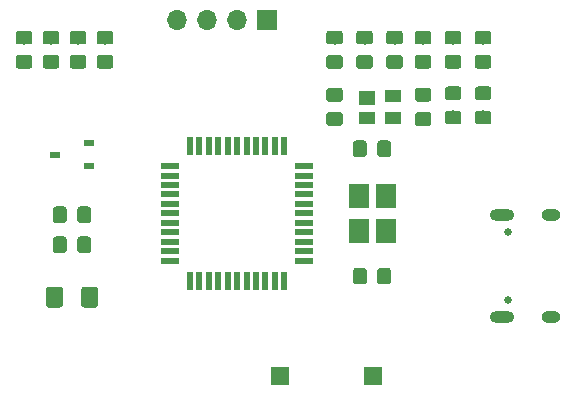
<source format=gbr>
%TF.GenerationSoftware,KiCad,Pcbnew,(5.1.2)-2*%
%TF.CreationDate,2020-04-26T17:29:46+08:00*%
%TF.ProjectId,wing-receiver-lite,77696e67-2d72-4656-9365-697665722d6c,rev?*%
%TF.SameCoordinates,Original*%
%TF.FileFunction,Soldermask,Top*%
%TF.FilePolarity,Negative*%
%FSLAX46Y46*%
G04 Gerber Fmt 4.6, Leading zero omitted, Abs format (unit mm)*
G04 Created by KiCad (PCBNEW (5.1.2)-2) date 2020-04-26 17:29:46*
%MOMM*%
%LPD*%
G04 APERTURE LIST*
%ADD10C,0.350000*%
%ADD11C,1.150000*%
%ADD12R,1.400000X1.000000*%
%ADD13R,1.400000X1.200000*%
%ADD14R,1.800000X2.100000*%
%ADD15R,1.500000X0.550000*%
%ADD16R,0.550000X1.500000*%
%ADD17C,0.650000*%
%ADD18O,2.100000X1.000000*%
%ADD19O,1.600000X1.000000*%
%ADD20R,1.500000X1.500000*%
%ADD21C,1.425000*%
%ADD22R,0.900000X0.600000*%
%ADD23R,1.700000X1.700000*%
%ADD24O,1.700000X1.700000*%
G04 APERTURE END LIST*
D10*
G36*
X119102505Y-90108804D02*
G01*
X119126773Y-90112404D01*
X119150572Y-90118365D01*
X119173671Y-90126630D01*
X119195850Y-90137120D01*
X119216893Y-90149732D01*
X119236599Y-90164347D01*
X119254777Y-90180823D01*
X119271253Y-90199001D01*
X119285868Y-90218707D01*
X119298480Y-90239750D01*
X119308970Y-90261929D01*
X119317235Y-90285028D01*
X119323196Y-90308827D01*
X119326796Y-90333095D01*
X119328000Y-90357599D01*
X119328000Y-91007601D01*
X119326796Y-91032105D01*
X119323196Y-91056373D01*
X119317235Y-91080172D01*
X119308970Y-91103271D01*
X119298480Y-91125450D01*
X119285868Y-91146493D01*
X119271253Y-91166199D01*
X119254777Y-91184377D01*
X119236599Y-91200853D01*
X119216893Y-91215468D01*
X119195850Y-91228080D01*
X119173671Y-91238570D01*
X119150572Y-91246835D01*
X119126773Y-91252796D01*
X119102505Y-91256396D01*
X119078001Y-91257600D01*
X118177999Y-91257600D01*
X118153495Y-91256396D01*
X118129227Y-91252796D01*
X118105428Y-91246835D01*
X118082329Y-91238570D01*
X118060150Y-91228080D01*
X118039107Y-91215468D01*
X118019401Y-91200853D01*
X118001223Y-91184377D01*
X117984747Y-91166199D01*
X117970132Y-91146493D01*
X117957520Y-91125450D01*
X117947030Y-91103271D01*
X117938765Y-91080172D01*
X117932804Y-91056373D01*
X117929204Y-91032105D01*
X117928000Y-91007601D01*
X117928000Y-90357599D01*
X117929204Y-90333095D01*
X117932804Y-90308827D01*
X117938765Y-90285028D01*
X117947030Y-90261929D01*
X117957520Y-90239750D01*
X117970132Y-90218707D01*
X117984747Y-90199001D01*
X118001223Y-90180823D01*
X118019401Y-90164347D01*
X118039107Y-90149732D01*
X118060150Y-90137120D01*
X118082329Y-90126630D01*
X118105428Y-90118365D01*
X118129227Y-90112404D01*
X118153495Y-90108804D01*
X118177999Y-90107600D01*
X119078001Y-90107600D01*
X119102505Y-90108804D01*
X119102505Y-90108804D01*
G37*
D11*
X118628000Y-90682600D03*
D10*
G36*
X119102505Y-92158804D02*
G01*
X119126773Y-92162404D01*
X119150572Y-92168365D01*
X119173671Y-92176630D01*
X119195850Y-92187120D01*
X119216893Y-92199732D01*
X119236599Y-92214347D01*
X119254777Y-92230823D01*
X119271253Y-92249001D01*
X119285868Y-92268707D01*
X119298480Y-92289750D01*
X119308970Y-92311929D01*
X119317235Y-92335028D01*
X119323196Y-92358827D01*
X119326796Y-92383095D01*
X119328000Y-92407599D01*
X119328000Y-93057601D01*
X119326796Y-93082105D01*
X119323196Y-93106373D01*
X119317235Y-93130172D01*
X119308970Y-93153271D01*
X119298480Y-93175450D01*
X119285868Y-93196493D01*
X119271253Y-93216199D01*
X119254777Y-93234377D01*
X119236599Y-93250853D01*
X119216893Y-93265468D01*
X119195850Y-93278080D01*
X119173671Y-93288570D01*
X119150572Y-93296835D01*
X119126773Y-93302796D01*
X119102505Y-93306396D01*
X119078001Y-93307600D01*
X118177999Y-93307600D01*
X118153495Y-93306396D01*
X118129227Y-93302796D01*
X118105428Y-93296835D01*
X118082329Y-93288570D01*
X118060150Y-93278080D01*
X118039107Y-93265468D01*
X118019401Y-93250853D01*
X118001223Y-93234377D01*
X117984747Y-93216199D01*
X117970132Y-93196493D01*
X117957520Y-93175450D01*
X117947030Y-93153271D01*
X117938765Y-93130172D01*
X117932804Y-93106373D01*
X117929204Y-93082105D01*
X117928000Y-93057601D01*
X117928000Y-92407599D01*
X117929204Y-92383095D01*
X117932804Y-92358827D01*
X117938765Y-92335028D01*
X117947030Y-92311929D01*
X117957520Y-92289750D01*
X117970132Y-92268707D01*
X117984747Y-92249001D01*
X118001223Y-92230823D01*
X118019401Y-92214347D01*
X118039107Y-92199732D01*
X118060150Y-92187120D01*
X118082329Y-92176630D01*
X118105428Y-92168365D01*
X118129227Y-92162404D01*
X118153495Y-92158804D01*
X118177999Y-92157600D01*
X119078001Y-92157600D01*
X119102505Y-92158804D01*
X119102505Y-92158804D01*
G37*
D11*
X118628000Y-92732600D03*
D10*
G36*
X124182505Y-89981804D02*
G01*
X124206773Y-89985404D01*
X124230572Y-89991365D01*
X124253671Y-89999630D01*
X124275850Y-90010120D01*
X124296893Y-90022732D01*
X124316599Y-90037347D01*
X124334777Y-90053823D01*
X124351253Y-90072001D01*
X124365868Y-90091707D01*
X124378480Y-90112750D01*
X124388970Y-90134929D01*
X124397235Y-90158028D01*
X124403196Y-90181827D01*
X124406796Y-90206095D01*
X124408000Y-90230599D01*
X124408000Y-90880601D01*
X124406796Y-90905105D01*
X124403196Y-90929373D01*
X124397235Y-90953172D01*
X124388970Y-90976271D01*
X124378480Y-90998450D01*
X124365868Y-91019493D01*
X124351253Y-91039199D01*
X124334777Y-91057377D01*
X124316599Y-91073853D01*
X124296893Y-91088468D01*
X124275850Y-91101080D01*
X124253671Y-91111570D01*
X124230572Y-91119835D01*
X124206773Y-91125796D01*
X124182505Y-91129396D01*
X124158001Y-91130600D01*
X123257999Y-91130600D01*
X123233495Y-91129396D01*
X123209227Y-91125796D01*
X123185428Y-91119835D01*
X123162329Y-91111570D01*
X123140150Y-91101080D01*
X123119107Y-91088468D01*
X123099401Y-91073853D01*
X123081223Y-91057377D01*
X123064747Y-91039199D01*
X123050132Y-91019493D01*
X123037520Y-90998450D01*
X123027030Y-90976271D01*
X123018765Y-90953172D01*
X123012804Y-90929373D01*
X123009204Y-90905105D01*
X123008000Y-90880601D01*
X123008000Y-90230599D01*
X123009204Y-90206095D01*
X123012804Y-90181827D01*
X123018765Y-90158028D01*
X123027030Y-90134929D01*
X123037520Y-90112750D01*
X123050132Y-90091707D01*
X123064747Y-90072001D01*
X123081223Y-90053823D01*
X123099401Y-90037347D01*
X123119107Y-90022732D01*
X123140150Y-90010120D01*
X123162329Y-89999630D01*
X123185428Y-89991365D01*
X123209227Y-89985404D01*
X123233495Y-89981804D01*
X123257999Y-89980600D01*
X124158001Y-89980600D01*
X124182505Y-89981804D01*
X124182505Y-89981804D01*
G37*
D11*
X123708000Y-90555600D03*
D10*
G36*
X124182505Y-92031804D02*
G01*
X124206773Y-92035404D01*
X124230572Y-92041365D01*
X124253671Y-92049630D01*
X124275850Y-92060120D01*
X124296893Y-92072732D01*
X124316599Y-92087347D01*
X124334777Y-92103823D01*
X124351253Y-92122001D01*
X124365868Y-92141707D01*
X124378480Y-92162750D01*
X124388970Y-92184929D01*
X124397235Y-92208028D01*
X124403196Y-92231827D01*
X124406796Y-92256095D01*
X124408000Y-92280599D01*
X124408000Y-92930601D01*
X124406796Y-92955105D01*
X124403196Y-92979373D01*
X124397235Y-93003172D01*
X124388970Y-93026271D01*
X124378480Y-93048450D01*
X124365868Y-93069493D01*
X124351253Y-93089199D01*
X124334777Y-93107377D01*
X124316599Y-93123853D01*
X124296893Y-93138468D01*
X124275850Y-93151080D01*
X124253671Y-93161570D01*
X124230572Y-93169835D01*
X124206773Y-93175796D01*
X124182505Y-93179396D01*
X124158001Y-93180600D01*
X123257999Y-93180600D01*
X123233495Y-93179396D01*
X123209227Y-93175796D01*
X123185428Y-93169835D01*
X123162329Y-93161570D01*
X123140150Y-93151080D01*
X123119107Y-93138468D01*
X123099401Y-93123853D01*
X123081223Y-93107377D01*
X123064747Y-93089199D01*
X123050132Y-93069493D01*
X123037520Y-93048450D01*
X123027030Y-93026271D01*
X123018765Y-93003172D01*
X123012804Y-92979373D01*
X123009204Y-92955105D01*
X123008000Y-92930601D01*
X123008000Y-92280599D01*
X123009204Y-92256095D01*
X123012804Y-92231827D01*
X123018765Y-92208028D01*
X123027030Y-92184929D01*
X123037520Y-92162750D01*
X123050132Y-92141707D01*
X123064747Y-92122001D01*
X123081223Y-92103823D01*
X123099401Y-92087347D01*
X123119107Y-92072732D01*
X123140150Y-92060120D01*
X123162329Y-92049630D01*
X123185428Y-92041365D01*
X123209227Y-92035404D01*
X123233495Y-92031804D01*
X123257999Y-92030600D01*
X124158001Y-92030600D01*
X124182505Y-92031804D01*
X124182505Y-92031804D01*
G37*
D11*
X123708000Y-92605600D03*
D12*
X116045000Y-90757600D03*
X116045000Y-92657600D03*
X113845000Y-92657600D03*
D13*
X113845000Y-90937600D03*
D10*
G36*
X121642505Y-92031804D02*
G01*
X121666773Y-92035404D01*
X121690572Y-92041365D01*
X121713671Y-92049630D01*
X121735850Y-92060120D01*
X121756893Y-92072732D01*
X121776599Y-92087347D01*
X121794777Y-92103823D01*
X121811253Y-92122001D01*
X121825868Y-92141707D01*
X121838480Y-92162750D01*
X121848970Y-92184929D01*
X121857235Y-92208028D01*
X121863196Y-92231827D01*
X121866796Y-92256095D01*
X121868000Y-92280599D01*
X121868000Y-92930601D01*
X121866796Y-92955105D01*
X121863196Y-92979373D01*
X121857235Y-93003172D01*
X121848970Y-93026271D01*
X121838480Y-93048450D01*
X121825868Y-93069493D01*
X121811253Y-93089199D01*
X121794777Y-93107377D01*
X121776599Y-93123853D01*
X121756893Y-93138468D01*
X121735850Y-93151080D01*
X121713671Y-93161570D01*
X121690572Y-93169835D01*
X121666773Y-93175796D01*
X121642505Y-93179396D01*
X121618001Y-93180600D01*
X120717999Y-93180600D01*
X120693495Y-93179396D01*
X120669227Y-93175796D01*
X120645428Y-93169835D01*
X120622329Y-93161570D01*
X120600150Y-93151080D01*
X120579107Y-93138468D01*
X120559401Y-93123853D01*
X120541223Y-93107377D01*
X120524747Y-93089199D01*
X120510132Y-93069493D01*
X120497520Y-93048450D01*
X120487030Y-93026271D01*
X120478765Y-93003172D01*
X120472804Y-92979373D01*
X120469204Y-92955105D01*
X120468000Y-92930601D01*
X120468000Y-92280599D01*
X120469204Y-92256095D01*
X120472804Y-92231827D01*
X120478765Y-92208028D01*
X120487030Y-92184929D01*
X120497520Y-92162750D01*
X120510132Y-92141707D01*
X120524747Y-92122001D01*
X120541223Y-92103823D01*
X120559401Y-92087347D01*
X120579107Y-92072732D01*
X120600150Y-92060120D01*
X120622329Y-92049630D01*
X120645428Y-92041365D01*
X120669227Y-92035404D01*
X120693495Y-92031804D01*
X120717999Y-92030600D01*
X121618001Y-92030600D01*
X121642505Y-92031804D01*
X121642505Y-92031804D01*
G37*
D11*
X121168000Y-92605600D03*
D10*
G36*
X121642505Y-89981804D02*
G01*
X121666773Y-89985404D01*
X121690572Y-89991365D01*
X121713671Y-89999630D01*
X121735850Y-90010120D01*
X121756893Y-90022732D01*
X121776599Y-90037347D01*
X121794777Y-90053823D01*
X121811253Y-90072001D01*
X121825868Y-90091707D01*
X121838480Y-90112750D01*
X121848970Y-90134929D01*
X121857235Y-90158028D01*
X121863196Y-90181827D01*
X121866796Y-90206095D01*
X121868000Y-90230599D01*
X121868000Y-90880601D01*
X121866796Y-90905105D01*
X121863196Y-90929373D01*
X121857235Y-90953172D01*
X121848970Y-90976271D01*
X121838480Y-90998450D01*
X121825868Y-91019493D01*
X121811253Y-91039199D01*
X121794777Y-91057377D01*
X121776599Y-91073853D01*
X121756893Y-91088468D01*
X121735850Y-91101080D01*
X121713671Y-91111570D01*
X121690572Y-91119835D01*
X121666773Y-91125796D01*
X121642505Y-91129396D01*
X121618001Y-91130600D01*
X120717999Y-91130600D01*
X120693495Y-91129396D01*
X120669227Y-91125796D01*
X120645428Y-91119835D01*
X120622329Y-91111570D01*
X120600150Y-91101080D01*
X120579107Y-91088468D01*
X120559401Y-91073853D01*
X120541223Y-91057377D01*
X120524747Y-91039199D01*
X120510132Y-91019493D01*
X120497520Y-90998450D01*
X120487030Y-90976271D01*
X120478765Y-90953172D01*
X120472804Y-90929373D01*
X120469204Y-90905105D01*
X120468000Y-90880601D01*
X120468000Y-90230599D01*
X120469204Y-90206095D01*
X120472804Y-90181827D01*
X120478765Y-90158028D01*
X120487030Y-90134929D01*
X120497520Y-90112750D01*
X120510132Y-90091707D01*
X120524747Y-90072001D01*
X120541223Y-90053823D01*
X120559401Y-90037347D01*
X120579107Y-90022732D01*
X120600150Y-90010120D01*
X120622329Y-89999630D01*
X120645428Y-89991365D01*
X120669227Y-89985404D01*
X120693495Y-89981804D01*
X120717999Y-89980600D01*
X121618001Y-89980600D01*
X121642505Y-89981804D01*
X121642505Y-89981804D01*
G37*
D11*
X121168000Y-90555600D03*
D10*
G36*
X113624505Y-105346204D02*
G01*
X113648773Y-105349804D01*
X113672572Y-105355765D01*
X113695671Y-105364030D01*
X113717850Y-105374520D01*
X113738893Y-105387132D01*
X113758599Y-105401747D01*
X113776777Y-105418223D01*
X113793253Y-105436401D01*
X113807868Y-105456107D01*
X113820480Y-105477150D01*
X113830970Y-105499329D01*
X113839235Y-105522428D01*
X113845196Y-105546227D01*
X113848796Y-105570495D01*
X113850000Y-105594999D01*
X113850000Y-106495001D01*
X113848796Y-106519505D01*
X113845196Y-106543773D01*
X113839235Y-106567572D01*
X113830970Y-106590671D01*
X113820480Y-106612850D01*
X113807868Y-106633893D01*
X113793253Y-106653599D01*
X113776777Y-106671777D01*
X113758599Y-106688253D01*
X113738893Y-106702868D01*
X113717850Y-106715480D01*
X113695671Y-106725970D01*
X113672572Y-106734235D01*
X113648773Y-106740196D01*
X113624505Y-106743796D01*
X113600001Y-106745000D01*
X112949999Y-106745000D01*
X112925495Y-106743796D01*
X112901227Y-106740196D01*
X112877428Y-106734235D01*
X112854329Y-106725970D01*
X112832150Y-106715480D01*
X112811107Y-106702868D01*
X112791401Y-106688253D01*
X112773223Y-106671777D01*
X112756747Y-106653599D01*
X112742132Y-106633893D01*
X112729520Y-106612850D01*
X112719030Y-106590671D01*
X112710765Y-106567572D01*
X112704804Y-106543773D01*
X112701204Y-106519505D01*
X112700000Y-106495001D01*
X112700000Y-105594999D01*
X112701204Y-105570495D01*
X112704804Y-105546227D01*
X112710765Y-105522428D01*
X112719030Y-105499329D01*
X112729520Y-105477150D01*
X112742132Y-105456107D01*
X112756747Y-105436401D01*
X112773223Y-105418223D01*
X112791401Y-105401747D01*
X112811107Y-105387132D01*
X112832150Y-105374520D01*
X112854329Y-105364030D01*
X112877428Y-105355765D01*
X112901227Y-105349804D01*
X112925495Y-105346204D01*
X112949999Y-105345000D01*
X113600001Y-105345000D01*
X113624505Y-105346204D01*
X113624505Y-105346204D01*
G37*
D11*
X113275000Y-106045000D03*
D10*
G36*
X115674505Y-105346204D02*
G01*
X115698773Y-105349804D01*
X115722572Y-105355765D01*
X115745671Y-105364030D01*
X115767850Y-105374520D01*
X115788893Y-105387132D01*
X115808599Y-105401747D01*
X115826777Y-105418223D01*
X115843253Y-105436401D01*
X115857868Y-105456107D01*
X115870480Y-105477150D01*
X115880970Y-105499329D01*
X115889235Y-105522428D01*
X115895196Y-105546227D01*
X115898796Y-105570495D01*
X115900000Y-105594999D01*
X115900000Y-106495001D01*
X115898796Y-106519505D01*
X115895196Y-106543773D01*
X115889235Y-106567572D01*
X115880970Y-106590671D01*
X115870480Y-106612850D01*
X115857868Y-106633893D01*
X115843253Y-106653599D01*
X115826777Y-106671777D01*
X115808599Y-106688253D01*
X115788893Y-106702868D01*
X115767850Y-106715480D01*
X115745671Y-106725970D01*
X115722572Y-106734235D01*
X115698773Y-106740196D01*
X115674505Y-106743796D01*
X115650001Y-106745000D01*
X114999999Y-106745000D01*
X114975495Y-106743796D01*
X114951227Y-106740196D01*
X114927428Y-106734235D01*
X114904329Y-106725970D01*
X114882150Y-106715480D01*
X114861107Y-106702868D01*
X114841401Y-106688253D01*
X114823223Y-106671777D01*
X114806747Y-106653599D01*
X114792132Y-106633893D01*
X114779520Y-106612850D01*
X114769030Y-106590671D01*
X114760765Y-106567572D01*
X114754804Y-106543773D01*
X114751204Y-106519505D01*
X114750000Y-106495001D01*
X114750000Y-105594999D01*
X114751204Y-105570495D01*
X114754804Y-105546227D01*
X114760765Y-105522428D01*
X114769030Y-105499329D01*
X114779520Y-105477150D01*
X114792132Y-105456107D01*
X114806747Y-105436401D01*
X114823223Y-105418223D01*
X114841401Y-105401747D01*
X114861107Y-105387132D01*
X114882150Y-105374520D01*
X114904329Y-105364030D01*
X114927428Y-105355765D01*
X114951227Y-105349804D01*
X114975495Y-105346204D01*
X114999999Y-105345000D01*
X115650001Y-105345000D01*
X115674505Y-105346204D01*
X115674505Y-105346204D01*
G37*
D11*
X115325000Y-106045000D03*
D14*
X115460000Y-99275000D03*
X115460000Y-102175000D03*
X113160000Y-102175000D03*
X113160000Y-99275000D03*
D10*
G36*
X111609505Y-90108804D02*
G01*
X111633773Y-90112404D01*
X111657572Y-90118365D01*
X111680671Y-90126630D01*
X111702850Y-90137120D01*
X111723893Y-90149732D01*
X111743599Y-90164347D01*
X111761777Y-90180823D01*
X111778253Y-90199001D01*
X111792868Y-90218707D01*
X111805480Y-90239750D01*
X111815970Y-90261929D01*
X111824235Y-90285028D01*
X111830196Y-90308827D01*
X111833796Y-90333095D01*
X111835000Y-90357599D01*
X111835000Y-91007601D01*
X111833796Y-91032105D01*
X111830196Y-91056373D01*
X111824235Y-91080172D01*
X111815970Y-91103271D01*
X111805480Y-91125450D01*
X111792868Y-91146493D01*
X111778253Y-91166199D01*
X111761777Y-91184377D01*
X111743599Y-91200853D01*
X111723893Y-91215468D01*
X111702850Y-91228080D01*
X111680671Y-91238570D01*
X111657572Y-91246835D01*
X111633773Y-91252796D01*
X111609505Y-91256396D01*
X111585001Y-91257600D01*
X110684999Y-91257600D01*
X110660495Y-91256396D01*
X110636227Y-91252796D01*
X110612428Y-91246835D01*
X110589329Y-91238570D01*
X110567150Y-91228080D01*
X110546107Y-91215468D01*
X110526401Y-91200853D01*
X110508223Y-91184377D01*
X110491747Y-91166199D01*
X110477132Y-91146493D01*
X110464520Y-91125450D01*
X110454030Y-91103271D01*
X110445765Y-91080172D01*
X110439804Y-91056373D01*
X110436204Y-91032105D01*
X110435000Y-91007601D01*
X110435000Y-90357599D01*
X110436204Y-90333095D01*
X110439804Y-90308827D01*
X110445765Y-90285028D01*
X110454030Y-90261929D01*
X110464520Y-90239750D01*
X110477132Y-90218707D01*
X110491747Y-90199001D01*
X110508223Y-90180823D01*
X110526401Y-90164347D01*
X110546107Y-90149732D01*
X110567150Y-90137120D01*
X110589329Y-90126630D01*
X110612428Y-90118365D01*
X110636227Y-90112404D01*
X110660495Y-90108804D01*
X110684999Y-90107600D01*
X111585001Y-90107600D01*
X111609505Y-90108804D01*
X111609505Y-90108804D01*
G37*
D11*
X111135000Y-90682600D03*
D10*
G36*
X111609505Y-92158804D02*
G01*
X111633773Y-92162404D01*
X111657572Y-92168365D01*
X111680671Y-92176630D01*
X111702850Y-92187120D01*
X111723893Y-92199732D01*
X111743599Y-92214347D01*
X111761777Y-92230823D01*
X111778253Y-92249001D01*
X111792868Y-92268707D01*
X111805480Y-92289750D01*
X111815970Y-92311929D01*
X111824235Y-92335028D01*
X111830196Y-92358827D01*
X111833796Y-92383095D01*
X111835000Y-92407599D01*
X111835000Y-93057601D01*
X111833796Y-93082105D01*
X111830196Y-93106373D01*
X111824235Y-93130172D01*
X111815970Y-93153271D01*
X111805480Y-93175450D01*
X111792868Y-93196493D01*
X111778253Y-93216199D01*
X111761777Y-93234377D01*
X111743599Y-93250853D01*
X111723893Y-93265468D01*
X111702850Y-93278080D01*
X111680671Y-93288570D01*
X111657572Y-93296835D01*
X111633773Y-93302796D01*
X111609505Y-93306396D01*
X111585001Y-93307600D01*
X110684999Y-93307600D01*
X110660495Y-93306396D01*
X110636227Y-93302796D01*
X110612428Y-93296835D01*
X110589329Y-93288570D01*
X110567150Y-93278080D01*
X110546107Y-93265468D01*
X110526401Y-93250853D01*
X110508223Y-93234377D01*
X110491747Y-93216199D01*
X110477132Y-93196493D01*
X110464520Y-93175450D01*
X110454030Y-93153271D01*
X110445765Y-93130172D01*
X110439804Y-93106373D01*
X110436204Y-93082105D01*
X110435000Y-93057601D01*
X110435000Y-92407599D01*
X110436204Y-92383095D01*
X110439804Y-92358827D01*
X110445765Y-92335028D01*
X110454030Y-92311929D01*
X110464520Y-92289750D01*
X110477132Y-92268707D01*
X110491747Y-92249001D01*
X110508223Y-92230823D01*
X110526401Y-92214347D01*
X110546107Y-92199732D01*
X110567150Y-92187120D01*
X110589329Y-92176630D01*
X110612428Y-92168365D01*
X110636227Y-92162404D01*
X110660495Y-92158804D01*
X110684999Y-92157600D01*
X111585001Y-92157600D01*
X111609505Y-92158804D01*
X111609505Y-92158804D01*
G37*
D11*
X111135000Y-92732600D03*
D15*
X97180000Y-104725000D03*
X97180000Y-103925000D03*
X97180000Y-103125000D03*
X97180000Y-102325000D03*
X97180000Y-101525000D03*
X97180000Y-100725000D03*
X97180000Y-99925000D03*
X97180000Y-99125000D03*
X97180000Y-98325000D03*
X97180000Y-97525000D03*
X97180000Y-96725000D03*
D16*
X98880000Y-95025000D03*
X99680000Y-95025000D03*
X100480000Y-95025000D03*
X101280000Y-95025000D03*
X102080000Y-95025000D03*
X102880000Y-95025000D03*
X103680000Y-95025000D03*
X104480000Y-95025000D03*
X105280000Y-95025000D03*
X106080000Y-95025000D03*
X106880000Y-95025000D03*
D15*
X108580000Y-96725000D03*
X108580000Y-97525000D03*
X108580000Y-98325000D03*
X108580000Y-99125000D03*
X108580000Y-99925000D03*
X108580000Y-100725000D03*
X108580000Y-101525000D03*
X108580000Y-102325000D03*
X108580000Y-103125000D03*
X108580000Y-103925000D03*
X108580000Y-104725000D03*
D16*
X106880000Y-106425000D03*
X106080000Y-106425000D03*
X105280000Y-106425000D03*
X104480000Y-106425000D03*
X103680000Y-106425000D03*
X102880000Y-106425000D03*
X102080000Y-106425000D03*
X101280000Y-106425000D03*
X100480000Y-106425000D03*
X99680000Y-106425000D03*
X98880000Y-106425000D03*
D17*
X125840000Y-108060000D03*
X125840000Y-102280000D03*
D18*
X125310000Y-100850000D03*
X125310000Y-109490000D03*
D19*
X129490000Y-100850000D03*
X129490000Y-109490000D03*
D10*
G36*
X115674505Y-94551204D02*
G01*
X115698773Y-94554804D01*
X115722572Y-94560765D01*
X115745671Y-94569030D01*
X115767850Y-94579520D01*
X115788893Y-94592132D01*
X115808599Y-94606747D01*
X115826777Y-94623223D01*
X115843253Y-94641401D01*
X115857868Y-94661107D01*
X115870480Y-94682150D01*
X115880970Y-94704329D01*
X115889235Y-94727428D01*
X115895196Y-94751227D01*
X115898796Y-94775495D01*
X115900000Y-94799999D01*
X115900000Y-95700001D01*
X115898796Y-95724505D01*
X115895196Y-95748773D01*
X115889235Y-95772572D01*
X115880970Y-95795671D01*
X115870480Y-95817850D01*
X115857868Y-95838893D01*
X115843253Y-95858599D01*
X115826777Y-95876777D01*
X115808599Y-95893253D01*
X115788893Y-95907868D01*
X115767850Y-95920480D01*
X115745671Y-95930970D01*
X115722572Y-95939235D01*
X115698773Y-95945196D01*
X115674505Y-95948796D01*
X115650001Y-95950000D01*
X114999999Y-95950000D01*
X114975495Y-95948796D01*
X114951227Y-95945196D01*
X114927428Y-95939235D01*
X114904329Y-95930970D01*
X114882150Y-95920480D01*
X114861107Y-95907868D01*
X114841401Y-95893253D01*
X114823223Y-95876777D01*
X114806747Y-95858599D01*
X114792132Y-95838893D01*
X114779520Y-95817850D01*
X114769030Y-95795671D01*
X114760765Y-95772572D01*
X114754804Y-95748773D01*
X114751204Y-95724505D01*
X114750000Y-95700001D01*
X114750000Y-94799999D01*
X114751204Y-94775495D01*
X114754804Y-94751227D01*
X114760765Y-94727428D01*
X114769030Y-94704329D01*
X114779520Y-94682150D01*
X114792132Y-94661107D01*
X114806747Y-94641401D01*
X114823223Y-94623223D01*
X114841401Y-94606747D01*
X114861107Y-94592132D01*
X114882150Y-94579520D01*
X114904329Y-94569030D01*
X114927428Y-94560765D01*
X114951227Y-94554804D01*
X114975495Y-94551204D01*
X114999999Y-94550000D01*
X115650001Y-94550000D01*
X115674505Y-94551204D01*
X115674505Y-94551204D01*
G37*
D11*
X115325000Y-95250000D03*
D10*
G36*
X113624505Y-94551204D02*
G01*
X113648773Y-94554804D01*
X113672572Y-94560765D01*
X113695671Y-94569030D01*
X113717850Y-94579520D01*
X113738893Y-94592132D01*
X113758599Y-94606747D01*
X113776777Y-94623223D01*
X113793253Y-94641401D01*
X113807868Y-94661107D01*
X113820480Y-94682150D01*
X113830970Y-94704329D01*
X113839235Y-94727428D01*
X113845196Y-94751227D01*
X113848796Y-94775495D01*
X113850000Y-94799999D01*
X113850000Y-95700001D01*
X113848796Y-95724505D01*
X113845196Y-95748773D01*
X113839235Y-95772572D01*
X113830970Y-95795671D01*
X113820480Y-95817850D01*
X113807868Y-95838893D01*
X113793253Y-95858599D01*
X113776777Y-95876777D01*
X113758599Y-95893253D01*
X113738893Y-95907868D01*
X113717850Y-95920480D01*
X113695671Y-95930970D01*
X113672572Y-95939235D01*
X113648773Y-95945196D01*
X113624505Y-95948796D01*
X113600001Y-95950000D01*
X112949999Y-95950000D01*
X112925495Y-95948796D01*
X112901227Y-95945196D01*
X112877428Y-95939235D01*
X112854329Y-95930970D01*
X112832150Y-95920480D01*
X112811107Y-95907868D01*
X112791401Y-95893253D01*
X112773223Y-95876777D01*
X112756747Y-95858599D01*
X112742132Y-95838893D01*
X112729520Y-95817850D01*
X112719030Y-95795671D01*
X112710765Y-95772572D01*
X112704804Y-95748773D01*
X112701204Y-95724505D01*
X112700000Y-95700001D01*
X112700000Y-94799999D01*
X112701204Y-94775495D01*
X112704804Y-94751227D01*
X112710765Y-94727428D01*
X112719030Y-94704329D01*
X112729520Y-94682150D01*
X112742132Y-94661107D01*
X112756747Y-94641401D01*
X112773223Y-94623223D01*
X112791401Y-94606747D01*
X112811107Y-94592132D01*
X112832150Y-94579520D01*
X112854329Y-94569030D01*
X112877428Y-94560765D01*
X112901227Y-94554804D01*
X112925495Y-94551204D01*
X112949999Y-94550000D01*
X113600001Y-94550000D01*
X113624505Y-94551204D01*
X113624505Y-94551204D01*
G37*
D11*
X113275000Y-95250000D03*
D20*
X114349000Y-114473000D03*
X106549000Y-114473000D03*
D10*
G36*
X116679505Y-87319204D02*
G01*
X116703773Y-87322804D01*
X116727572Y-87328765D01*
X116750671Y-87337030D01*
X116772850Y-87347520D01*
X116793893Y-87360132D01*
X116813599Y-87374747D01*
X116831777Y-87391223D01*
X116848253Y-87409401D01*
X116862868Y-87429107D01*
X116875480Y-87450150D01*
X116885970Y-87472329D01*
X116894235Y-87495428D01*
X116900196Y-87519227D01*
X116903796Y-87543495D01*
X116905000Y-87567999D01*
X116905000Y-88218001D01*
X116903796Y-88242505D01*
X116900196Y-88266773D01*
X116894235Y-88290572D01*
X116885970Y-88313671D01*
X116875480Y-88335850D01*
X116862868Y-88356893D01*
X116848253Y-88376599D01*
X116831777Y-88394777D01*
X116813599Y-88411253D01*
X116793893Y-88425868D01*
X116772850Y-88438480D01*
X116750671Y-88448970D01*
X116727572Y-88457235D01*
X116703773Y-88463196D01*
X116679505Y-88466796D01*
X116655001Y-88468000D01*
X115754999Y-88468000D01*
X115730495Y-88466796D01*
X115706227Y-88463196D01*
X115682428Y-88457235D01*
X115659329Y-88448970D01*
X115637150Y-88438480D01*
X115616107Y-88425868D01*
X115596401Y-88411253D01*
X115578223Y-88394777D01*
X115561747Y-88376599D01*
X115547132Y-88356893D01*
X115534520Y-88335850D01*
X115524030Y-88313671D01*
X115515765Y-88290572D01*
X115509804Y-88266773D01*
X115506204Y-88242505D01*
X115505000Y-88218001D01*
X115505000Y-87567999D01*
X115506204Y-87543495D01*
X115509804Y-87519227D01*
X115515765Y-87495428D01*
X115524030Y-87472329D01*
X115534520Y-87450150D01*
X115547132Y-87429107D01*
X115561747Y-87409401D01*
X115578223Y-87391223D01*
X115596401Y-87374747D01*
X115616107Y-87360132D01*
X115637150Y-87347520D01*
X115659329Y-87337030D01*
X115682428Y-87328765D01*
X115706227Y-87322804D01*
X115730495Y-87319204D01*
X115754999Y-87318000D01*
X116655001Y-87318000D01*
X116679505Y-87319204D01*
X116679505Y-87319204D01*
G37*
D11*
X116205000Y-87893000D03*
D10*
G36*
X116679505Y-85269204D02*
G01*
X116703773Y-85272804D01*
X116727572Y-85278765D01*
X116750671Y-85287030D01*
X116772850Y-85297520D01*
X116793893Y-85310132D01*
X116813599Y-85324747D01*
X116831777Y-85341223D01*
X116848253Y-85359401D01*
X116862868Y-85379107D01*
X116875480Y-85400150D01*
X116885970Y-85422329D01*
X116894235Y-85445428D01*
X116900196Y-85469227D01*
X116903796Y-85493495D01*
X116905000Y-85517999D01*
X116905000Y-86168001D01*
X116903796Y-86192505D01*
X116900196Y-86216773D01*
X116894235Y-86240572D01*
X116885970Y-86263671D01*
X116875480Y-86285850D01*
X116862868Y-86306893D01*
X116848253Y-86326599D01*
X116831777Y-86344777D01*
X116813599Y-86361253D01*
X116793893Y-86375868D01*
X116772850Y-86388480D01*
X116750671Y-86398970D01*
X116727572Y-86407235D01*
X116703773Y-86413196D01*
X116679505Y-86416796D01*
X116655001Y-86418000D01*
X115754999Y-86418000D01*
X115730495Y-86416796D01*
X115706227Y-86413196D01*
X115682428Y-86407235D01*
X115659329Y-86398970D01*
X115637150Y-86388480D01*
X115616107Y-86375868D01*
X115596401Y-86361253D01*
X115578223Y-86344777D01*
X115561747Y-86326599D01*
X115547132Y-86306893D01*
X115534520Y-86285850D01*
X115524030Y-86263671D01*
X115515765Y-86240572D01*
X115509804Y-86216773D01*
X115506204Y-86192505D01*
X115505000Y-86168001D01*
X115505000Y-85517999D01*
X115506204Y-85493495D01*
X115509804Y-85469227D01*
X115515765Y-85445428D01*
X115524030Y-85422329D01*
X115534520Y-85400150D01*
X115547132Y-85379107D01*
X115561747Y-85359401D01*
X115578223Y-85341223D01*
X115596401Y-85324747D01*
X115616107Y-85310132D01*
X115637150Y-85297520D01*
X115659329Y-85287030D01*
X115682428Y-85278765D01*
X115706227Y-85272804D01*
X115730495Y-85269204D01*
X115754999Y-85268000D01*
X116655001Y-85268000D01*
X116679505Y-85269204D01*
X116679505Y-85269204D01*
G37*
D11*
X116205000Y-85843000D03*
D10*
G36*
X89882505Y-87319204D02*
G01*
X89906773Y-87322804D01*
X89930572Y-87328765D01*
X89953671Y-87337030D01*
X89975850Y-87347520D01*
X89996893Y-87360132D01*
X90016599Y-87374747D01*
X90034777Y-87391223D01*
X90051253Y-87409401D01*
X90065868Y-87429107D01*
X90078480Y-87450150D01*
X90088970Y-87472329D01*
X90097235Y-87495428D01*
X90103196Y-87519227D01*
X90106796Y-87543495D01*
X90108000Y-87567999D01*
X90108000Y-88218001D01*
X90106796Y-88242505D01*
X90103196Y-88266773D01*
X90097235Y-88290572D01*
X90088970Y-88313671D01*
X90078480Y-88335850D01*
X90065868Y-88356893D01*
X90051253Y-88376599D01*
X90034777Y-88394777D01*
X90016599Y-88411253D01*
X89996893Y-88425868D01*
X89975850Y-88438480D01*
X89953671Y-88448970D01*
X89930572Y-88457235D01*
X89906773Y-88463196D01*
X89882505Y-88466796D01*
X89858001Y-88468000D01*
X88957999Y-88468000D01*
X88933495Y-88466796D01*
X88909227Y-88463196D01*
X88885428Y-88457235D01*
X88862329Y-88448970D01*
X88840150Y-88438480D01*
X88819107Y-88425868D01*
X88799401Y-88411253D01*
X88781223Y-88394777D01*
X88764747Y-88376599D01*
X88750132Y-88356893D01*
X88737520Y-88335850D01*
X88727030Y-88313671D01*
X88718765Y-88290572D01*
X88712804Y-88266773D01*
X88709204Y-88242505D01*
X88708000Y-88218001D01*
X88708000Y-87567999D01*
X88709204Y-87543495D01*
X88712804Y-87519227D01*
X88718765Y-87495428D01*
X88727030Y-87472329D01*
X88737520Y-87450150D01*
X88750132Y-87429107D01*
X88764747Y-87409401D01*
X88781223Y-87391223D01*
X88799401Y-87374747D01*
X88819107Y-87360132D01*
X88840150Y-87347520D01*
X88862329Y-87337030D01*
X88885428Y-87328765D01*
X88909227Y-87322804D01*
X88933495Y-87319204D01*
X88957999Y-87318000D01*
X89858001Y-87318000D01*
X89882505Y-87319204D01*
X89882505Y-87319204D01*
G37*
D11*
X89408000Y-87893000D03*
D10*
G36*
X89882505Y-85269204D02*
G01*
X89906773Y-85272804D01*
X89930572Y-85278765D01*
X89953671Y-85287030D01*
X89975850Y-85297520D01*
X89996893Y-85310132D01*
X90016599Y-85324747D01*
X90034777Y-85341223D01*
X90051253Y-85359401D01*
X90065868Y-85379107D01*
X90078480Y-85400150D01*
X90088970Y-85422329D01*
X90097235Y-85445428D01*
X90103196Y-85469227D01*
X90106796Y-85493495D01*
X90108000Y-85517999D01*
X90108000Y-86168001D01*
X90106796Y-86192505D01*
X90103196Y-86216773D01*
X90097235Y-86240572D01*
X90088970Y-86263671D01*
X90078480Y-86285850D01*
X90065868Y-86306893D01*
X90051253Y-86326599D01*
X90034777Y-86344777D01*
X90016599Y-86361253D01*
X89996893Y-86375868D01*
X89975850Y-86388480D01*
X89953671Y-86398970D01*
X89930572Y-86407235D01*
X89906773Y-86413196D01*
X89882505Y-86416796D01*
X89858001Y-86418000D01*
X88957999Y-86418000D01*
X88933495Y-86416796D01*
X88909227Y-86413196D01*
X88885428Y-86407235D01*
X88862329Y-86398970D01*
X88840150Y-86388480D01*
X88819107Y-86375868D01*
X88799401Y-86361253D01*
X88781223Y-86344777D01*
X88764747Y-86326599D01*
X88750132Y-86306893D01*
X88737520Y-86285850D01*
X88727030Y-86263671D01*
X88718765Y-86240572D01*
X88712804Y-86216773D01*
X88709204Y-86192505D01*
X88708000Y-86168001D01*
X88708000Y-85517999D01*
X88709204Y-85493495D01*
X88712804Y-85469227D01*
X88718765Y-85445428D01*
X88727030Y-85422329D01*
X88737520Y-85400150D01*
X88750132Y-85379107D01*
X88764747Y-85359401D01*
X88781223Y-85341223D01*
X88799401Y-85324747D01*
X88819107Y-85310132D01*
X88840150Y-85297520D01*
X88862329Y-85287030D01*
X88885428Y-85278765D01*
X88909227Y-85272804D01*
X88933495Y-85269204D01*
X88957999Y-85268000D01*
X89858001Y-85268000D01*
X89882505Y-85269204D01*
X89882505Y-85269204D01*
G37*
D11*
X89408000Y-85843000D03*
D10*
G36*
X85310505Y-87319204D02*
G01*
X85334773Y-87322804D01*
X85358572Y-87328765D01*
X85381671Y-87337030D01*
X85403850Y-87347520D01*
X85424893Y-87360132D01*
X85444599Y-87374747D01*
X85462777Y-87391223D01*
X85479253Y-87409401D01*
X85493868Y-87429107D01*
X85506480Y-87450150D01*
X85516970Y-87472329D01*
X85525235Y-87495428D01*
X85531196Y-87519227D01*
X85534796Y-87543495D01*
X85536000Y-87567999D01*
X85536000Y-88218001D01*
X85534796Y-88242505D01*
X85531196Y-88266773D01*
X85525235Y-88290572D01*
X85516970Y-88313671D01*
X85506480Y-88335850D01*
X85493868Y-88356893D01*
X85479253Y-88376599D01*
X85462777Y-88394777D01*
X85444599Y-88411253D01*
X85424893Y-88425868D01*
X85403850Y-88438480D01*
X85381671Y-88448970D01*
X85358572Y-88457235D01*
X85334773Y-88463196D01*
X85310505Y-88466796D01*
X85286001Y-88468000D01*
X84385999Y-88468000D01*
X84361495Y-88466796D01*
X84337227Y-88463196D01*
X84313428Y-88457235D01*
X84290329Y-88448970D01*
X84268150Y-88438480D01*
X84247107Y-88425868D01*
X84227401Y-88411253D01*
X84209223Y-88394777D01*
X84192747Y-88376599D01*
X84178132Y-88356893D01*
X84165520Y-88335850D01*
X84155030Y-88313671D01*
X84146765Y-88290572D01*
X84140804Y-88266773D01*
X84137204Y-88242505D01*
X84136000Y-88218001D01*
X84136000Y-87567999D01*
X84137204Y-87543495D01*
X84140804Y-87519227D01*
X84146765Y-87495428D01*
X84155030Y-87472329D01*
X84165520Y-87450150D01*
X84178132Y-87429107D01*
X84192747Y-87409401D01*
X84209223Y-87391223D01*
X84227401Y-87374747D01*
X84247107Y-87360132D01*
X84268150Y-87347520D01*
X84290329Y-87337030D01*
X84313428Y-87328765D01*
X84337227Y-87322804D01*
X84361495Y-87319204D01*
X84385999Y-87318000D01*
X85286001Y-87318000D01*
X85310505Y-87319204D01*
X85310505Y-87319204D01*
G37*
D11*
X84836000Y-87893000D03*
D10*
G36*
X85310505Y-85269204D02*
G01*
X85334773Y-85272804D01*
X85358572Y-85278765D01*
X85381671Y-85287030D01*
X85403850Y-85297520D01*
X85424893Y-85310132D01*
X85444599Y-85324747D01*
X85462777Y-85341223D01*
X85479253Y-85359401D01*
X85493868Y-85379107D01*
X85506480Y-85400150D01*
X85516970Y-85422329D01*
X85525235Y-85445428D01*
X85531196Y-85469227D01*
X85534796Y-85493495D01*
X85536000Y-85517999D01*
X85536000Y-86168001D01*
X85534796Y-86192505D01*
X85531196Y-86216773D01*
X85525235Y-86240572D01*
X85516970Y-86263671D01*
X85506480Y-86285850D01*
X85493868Y-86306893D01*
X85479253Y-86326599D01*
X85462777Y-86344777D01*
X85444599Y-86361253D01*
X85424893Y-86375868D01*
X85403850Y-86388480D01*
X85381671Y-86398970D01*
X85358572Y-86407235D01*
X85334773Y-86413196D01*
X85310505Y-86416796D01*
X85286001Y-86418000D01*
X84385999Y-86418000D01*
X84361495Y-86416796D01*
X84337227Y-86413196D01*
X84313428Y-86407235D01*
X84290329Y-86398970D01*
X84268150Y-86388480D01*
X84247107Y-86375868D01*
X84227401Y-86361253D01*
X84209223Y-86344777D01*
X84192747Y-86326599D01*
X84178132Y-86306893D01*
X84165520Y-86285850D01*
X84155030Y-86263671D01*
X84146765Y-86240572D01*
X84140804Y-86216773D01*
X84137204Y-86192505D01*
X84136000Y-86168001D01*
X84136000Y-85517999D01*
X84137204Y-85493495D01*
X84140804Y-85469227D01*
X84146765Y-85445428D01*
X84155030Y-85422329D01*
X84165520Y-85400150D01*
X84178132Y-85379107D01*
X84192747Y-85359401D01*
X84209223Y-85341223D01*
X84227401Y-85324747D01*
X84247107Y-85310132D01*
X84268150Y-85297520D01*
X84290329Y-85287030D01*
X84313428Y-85278765D01*
X84337227Y-85272804D01*
X84361495Y-85269204D01*
X84385999Y-85268000D01*
X85286001Y-85268000D01*
X85310505Y-85269204D01*
X85310505Y-85269204D01*
G37*
D11*
X84836000Y-85843000D03*
D10*
G36*
X90274505Y-100139204D02*
G01*
X90298773Y-100142804D01*
X90322572Y-100148765D01*
X90345671Y-100157030D01*
X90367850Y-100167520D01*
X90388893Y-100180132D01*
X90408599Y-100194747D01*
X90426777Y-100211223D01*
X90443253Y-100229401D01*
X90457868Y-100249107D01*
X90470480Y-100270150D01*
X90480970Y-100292329D01*
X90489235Y-100315428D01*
X90495196Y-100339227D01*
X90498796Y-100363495D01*
X90500000Y-100387999D01*
X90500000Y-101288001D01*
X90498796Y-101312505D01*
X90495196Y-101336773D01*
X90489235Y-101360572D01*
X90480970Y-101383671D01*
X90470480Y-101405850D01*
X90457868Y-101426893D01*
X90443253Y-101446599D01*
X90426777Y-101464777D01*
X90408599Y-101481253D01*
X90388893Y-101495868D01*
X90367850Y-101508480D01*
X90345671Y-101518970D01*
X90322572Y-101527235D01*
X90298773Y-101533196D01*
X90274505Y-101536796D01*
X90250001Y-101538000D01*
X89599999Y-101538000D01*
X89575495Y-101536796D01*
X89551227Y-101533196D01*
X89527428Y-101527235D01*
X89504329Y-101518970D01*
X89482150Y-101508480D01*
X89461107Y-101495868D01*
X89441401Y-101481253D01*
X89423223Y-101464777D01*
X89406747Y-101446599D01*
X89392132Y-101426893D01*
X89379520Y-101405850D01*
X89369030Y-101383671D01*
X89360765Y-101360572D01*
X89354804Y-101336773D01*
X89351204Y-101312505D01*
X89350000Y-101288001D01*
X89350000Y-100387999D01*
X89351204Y-100363495D01*
X89354804Y-100339227D01*
X89360765Y-100315428D01*
X89369030Y-100292329D01*
X89379520Y-100270150D01*
X89392132Y-100249107D01*
X89406747Y-100229401D01*
X89423223Y-100211223D01*
X89441401Y-100194747D01*
X89461107Y-100180132D01*
X89482150Y-100167520D01*
X89504329Y-100157030D01*
X89527428Y-100148765D01*
X89551227Y-100142804D01*
X89575495Y-100139204D01*
X89599999Y-100138000D01*
X90250001Y-100138000D01*
X90274505Y-100139204D01*
X90274505Y-100139204D01*
G37*
D11*
X89925000Y-100838000D03*
D10*
G36*
X88224505Y-100139204D02*
G01*
X88248773Y-100142804D01*
X88272572Y-100148765D01*
X88295671Y-100157030D01*
X88317850Y-100167520D01*
X88338893Y-100180132D01*
X88358599Y-100194747D01*
X88376777Y-100211223D01*
X88393253Y-100229401D01*
X88407868Y-100249107D01*
X88420480Y-100270150D01*
X88430970Y-100292329D01*
X88439235Y-100315428D01*
X88445196Y-100339227D01*
X88448796Y-100363495D01*
X88450000Y-100387999D01*
X88450000Y-101288001D01*
X88448796Y-101312505D01*
X88445196Y-101336773D01*
X88439235Y-101360572D01*
X88430970Y-101383671D01*
X88420480Y-101405850D01*
X88407868Y-101426893D01*
X88393253Y-101446599D01*
X88376777Y-101464777D01*
X88358599Y-101481253D01*
X88338893Y-101495868D01*
X88317850Y-101508480D01*
X88295671Y-101518970D01*
X88272572Y-101527235D01*
X88248773Y-101533196D01*
X88224505Y-101536796D01*
X88200001Y-101538000D01*
X87549999Y-101538000D01*
X87525495Y-101536796D01*
X87501227Y-101533196D01*
X87477428Y-101527235D01*
X87454329Y-101518970D01*
X87432150Y-101508480D01*
X87411107Y-101495868D01*
X87391401Y-101481253D01*
X87373223Y-101464777D01*
X87356747Y-101446599D01*
X87342132Y-101426893D01*
X87329520Y-101405850D01*
X87319030Y-101383671D01*
X87310765Y-101360572D01*
X87304804Y-101336773D01*
X87301204Y-101312505D01*
X87300000Y-101288001D01*
X87300000Y-100387999D01*
X87301204Y-100363495D01*
X87304804Y-100339227D01*
X87310765Y-100315428D01*
X87319030Y-100292329D01*
X87329520Y-100270150D01*
X87342132Y-100249107D01*
X87356747Y-100229401D01*
X87373223Y-100211223D01*
X87391401Y-100194747D01*
X87411107Y-100180132D01*
X87432150Y-100167520D01*
X87454329Y-100157030D01*
X87477428Y-100148765D01*
X87501227Y-100142804D01*
X87525495Y-100139204D01*
X87549999Y-100138000D01*
X88200001Y-100138000D01*
X88224505Y-100139204D01*
X88224505Y-100139204D01*
G37*
D11*
X87875000Y-100838000D03*
D10*
G36*
X90274505Y-102679204D02*
G01*
X90298773Y-102682804D01*
X90322572Y-102688765D01*
X90345671Y-102697030D01*
X90367850Y-102707520D01*
X90388893Y-102720132D01*
X90408599Y-102734747D01*
X90426777Y-102751223D01*
X90443253Y-102769401D01*
X90457868Y-102789107D01*
X90470480Y-102810150D01*
X90480970Y-102832329D01*
X90489235Y-102855428D01*
X90495196Y-102879227D01*
X90498796Y-102903495D01*
X90500000Y-102927999D01*
X90500000Y-103828001D01*
X90498796Y-103852505D01*
X90495196Y-103876773D01*
X90489235Y-103900572D01*
X90480970Y-103923671D01*
X90470480Y-103945850D01*
X90457868Y-103966893D01*
X90443253Y-103986599D01*
X90426777Y-104004777D01*
X90408599Y-104021253D01*
X90388893Y-104035868D01*
X90367850Y-104048480D01*
X90345671Y-104058970D01*
X90322572Y-104067235D01*
X90298773Y-104073196D01*
X90274505Y-104076796D01*
X90250001Y-104078000D01*
X89599999Y-104078000D01*
X89575495Y-104076796D01*
X89551227Y-104073196D01*
X89527428Y-104067235D01*
X89504329Y-104058970D01*
X89482150Y-104048480D01*
X89461107Y-104035868D01*
X89441401Y-104021253D01*
X89423223Y-104004777D01*
X89406747Y-103986599D01*
X89392132Y-103966893D01*
X89379520Y-103945850D01*
X89369030Y-103923671D01*
X89360765Y-103900572D01*
X89354804Y-103876773D01*
X89351204Y-103852505D01*
X89350000Y-103828001D01*
X89350000Y-102927999D01*
X89351204Y-102903495D01*
X89354804Y-102879227D01*
X89360765Y-102855428D01*
X89369030Y-102832329D01*
X89379520Y-102810150D01*
X89392132Y-102789107D01*
X89406747Y-102769401D01*
X89423223Y-102751223D01*
X89441401Y-102734747D01*
X89461107Y-102720132D01*
X89482150Y-102707520D01*
X89504329Y-102697030D01*
X89527428Y-102688765D01*
X89551227Y-102682804D01*
X89575495Y-102679204D01*
X89599999Y-102678000D01*
X90250001Y-102678000D01*
X90274505Y-102679204D01*
X90274505Y-102679204D01*
G37*
D11*
X89925000Y-103378000D03*
D10*
G36*
X88224505Y-102679204D02*
G01*
X88248773Y-102682804D01*
X88272572Y-102688765D01*
X88295671Y-102697030D01*
X88317850Y-102707520D01*
X88338893Y-102720132D01*
X88358599Y-102734747D01*
X88376777Y-102751223D01*
X88393253Y-102769401D01*
X88407868Y-102789107D01*
X88420480Y-102810150D01*
X88430970Y-102832329D01*
X88439235Y-102855428D01*
X88445196Y-102879227D01*
X88448796Y-102903495D01*
X88450000Y-102927999D01*
X88450000Y-103828001D01*
X88448796Y-103852505D01*
X88445196Y-103876773D01*
X88439235Y-103900572D01*
X88430970Y-103923671D01*
X88420480Y-103945850D01*
X88407868Y-103966893D01*
X88393253Y-103986599D01*
X88376777Y-104004777D01*
X88358599Y-104021253D01*
X88338893Y-104035868D01*
X88317850Y-104048480D01*
X88295671Y-104058970D01*
X88272572Y-104067235D01*
X88248773Y-104073196D01*
X88224505Y-104076796D01*
X88200001Y-104078000D01*
X87549999Y-104078000D01*
X87525495Y-104076796D01*
X87501227Y-104073196D01*
X87477428Y-104067235D01*
X87454329Y-104058970D01*
X87432150Y-104048480D01*
X87411107Y-104035868D01*
X87391401Y-104021253D01*
X87373223Y-104004777D01*
X87356747Y-103986599D01*
X87342132Y-103966893D01*
X87329520Y-103945850D01*
X87319030Y-103923671D01*
X87310765Y-103900572D01*
X87304804Y-103876773D01*
X87301204Y-103852505D01*
X87300000Y-103828001D01*
X87300000Y-102927999D01*
X87301204Y-102903495D01*
X87304804Y-102879227D01*
X87310765Y-102855428D01*
X87319030Y-102832329D01*
X87329520Y-102810150D01*
X87342132Y-102789107D01*
X87356747Y-102769401D01*
X87373223Y-102751223D01*
X87391401Y-102734747D01*
X87411107Y-102720132D01*
X87432150Y-102707520D01*
X87454329Y-102697030D01*
X87477428Y-102688765D01*
X87501227Y-102682804D01*
X87525495Y-102679204D01*
X87549999Y-102678000D01*
X88200001Y-102678000D01*
X88224505Y-102679204D01*
X88224505Y-102679204D01*
G37*
D11*
X87875000Y-103378000D03*
D10*
G36*
X90874504Y-106949204D02*
G01*
X90898773Y-106952804D01*
X90922571Y-106958765D01*
X90945671Y-106967030D01*
X90967849Y-106977520D01*
X90988893Y-106990133D01*
X91008598Y-107004747D01*
X91026777Y-107021223D01*
X91043253Y-107039402D01*
X91057867Y-107059107D01*
X91070480Y-107080151D01*
X91080970Y-107102329D01*
X91089235Y-107125429D01*
X91095196Y-107149227D01*
X91098796Y-107173496D01*
X91100000Y-107198000D01*
X91100000Y-108448000D01*
X91098796Y-108472504D01*
X91095196Y-108496773D01*
X91089235Y-108520571D01*
X91080970Y-108543671D01*
X91070480Y-108565849D01*
X91057867Y-108586893D01*
X91043253Y-108606598D01*
X91026777Y-108624777D01*
X91008598Y-108641253D01*
X90988893Y-108655867D01*
X90967849Y-108668480D01*
X90945671Y-108678970D01*
X90922571Y-108687235D01*
X90898773Y-108693196D01*
X90874504Y-108696796D01*
X90850000Y-108698000D01*
X89925000Y-108698000D01*
X89900496Y-108696796D01*
X89876227Y-108693196D01*
X89852429Y-108687235D01*
X89829329Y-108678970D01*
X89807151Y-108668480D01*
X89786107Y-108655867D01*
X89766402Y-108641253D01*
X89748223Y-108624777D01*
X89731747Y-108606598D01*
X89717133Y-108586893D01*
X89704520Y-108565849D01*
X89694030Y-108543671D01*
X89685765Y-108520571D01*
X89679804Y-108496773D01*
X89676204Y-108472504D01*
X89675000Y-108448000D01*
X89675000Y-107198000D01*
X89676204Y-107173496D01*
X89679804Y-107149227D01*
X89685765Y-107125429D01*
X89694030Y-107102329D01*
X89704520Y-107080151D01*
X89717133Y-107059107D01*
X89731747Y-107039402D01*
X89748223Y-107021223D01*
X89766402Y-107004747D01*
X89786107Y-106990133D01*
X89807151Y-106977520D01*
X89829329Y-106967030D01*
X89852429Y-106958765D01*
X89876227Y-106952804D01*
X89900496Y-106949204D01*
X89925000Y-106948000D01*
X90850000Y-106948000D01*
X90874504Y-106949204D01*
X90874504Y-106949204D01*
G37*
D21*
X90387500Y-107823000D03*
D10*
G36*
X87899504Y-106949204D02*
G01*
X87923773Y-106952804D01*
X87947571Y-106958765D01*
X87970671Y-106967030D01*
X87992849Y-106977520D01*
X88013893Y-106990133D01*
X88033598Y-107004747D01*
X88051777Y-107021223D01*
X88068253Y-107039402D01*
X88082867Y-107059107D01*
X88095480Y-107080151D01*
X88105970Y-107102329D01*
X88114235Y-107125429D01*
X88120196Y-107149227D01*
X88123796Y-107173496D01*
X88125000Y-107198000D01*
X88125000Y-108448000D01*
X88123796Y-108472504D01*
X88120196Y-108496773D01*
X88114235Y-108520571D01*
X88105970Y-108543671D01*
X88095480Y-108565849D01*
X88082867Y-108586893D01*
X88068253Y-108606598D01*
X88051777Y-108624777D01*
X88033598Y-108641253D01*
X88013893Y-108655867D01*
X87992849Y-108668480D01*
X87970671Y-108678970D01*
X87947571Y-108687235D01*
X87923773Y-108693196D01*
X87899504Y-108696796D01*
X87875000Y-108698000D01*
X86950000Y-108698000D01*
X86925496Y-108696796D01*
X86901227Y-108693196D01*
X86877429Y-108687235D01*
X86854329Y-108678970D01*
X86832151Y-108668480D01*
X86811107Y-108655867D01*
X86791402Y-108641253D01*
X86773223Y-108624777D01*
X86756747Y-108606598D01*
X86742133Y-108586893D01*
X86729520Y-108565849D01*
X86719030Y-108543671D01*
X86710765Y-108520571D01*
X86704804Y-108496773D01*
X86701204Y-108472504D01*
X86700000Y-108448000D01*
X86700000Y-107198000D01*
X86701204Y-107173496D01*
X86704804Y-107149227D01*
X86710765Y-107125429D01*
X86719030Y-107102329D01*
X86729520Y-107080151D01*
X86742133Y-107059107D01*
X86756747Y-107039402D01*
X86773223Y-107021223D01*
X86791402Y-107004747D01*
X86811107Y-106990133D01*
X86832151Y-106977520D01*
X86854329Y-106967030D01*
X86877429Y-106958765D01*
X86901227Y-106952804D01*
X86925496Y-106949204D01*
X86950000Y-106948000D01*
X87875000Y-106948000D01*
X87899504Y-106949204D01*
X87899504Y-106949204D01*
G37*
D21*
X87412500Y-107823000D03*
D10*
G36*
X121632505Y-87319204D02*
G01*
X121656773Y-87322804D01*
X121680572Y-87328765D01*
X121703671Y-87337030D01*
X121725850Y-87347520D01*
X121746893Y-87360132D01*
X121766599Y-87374747D01*
X121784777Y-87391223D01*
X121801253Y-87409401D01*
X121815868Y-87429107D01*
X121828480Y-87450150D01*
X121838970Y-87472329D01*
X121847235Y-87495428D01*
X121853196Y-87519227D01*
X121856796Y-87543495D01*
X121858000Y-87567999D01*
X121858000Y-88218001D01*
X121856796Y-88242505D01*
X121853196Y-88266773D01*
X121847235Y-88290572D01*
X121838970Y-88313671D01*
X121828480Y-88335850D01*
X121815868Y-88356893D01*
X121801253Y-88376599D01*
X121784777Y-88394777D01*
X121766599Y-88411253D01*
X121746893Y-88425868D01*
X121725850Y-88438480D01*
X121703671Y-88448970D01*
X121680572Y-88457235D01*
X121656773Y-88463196D01*
X121632505Y-88466796D01*
X121608001Y-88468000D01*
X120707999Y-88468000D01*
X120683495Y-88466796D01*
X120659227Y-88463196D01*
X120635428Y-88457235D01*
X120612329Y-88448970D01*
X120590150Y-88438480D01*
X120569107Y-88425868D01*
X120549401Y-88411253D01*
X120531223Y-88394777D01*
X120514747Y-88376599D01*
X120500132Y-88356893D01*
X120487520Y-88335850D01*
X120477030Y-88313671D01*
X120468765Y-88290572D01*
X120462804Y-88266773D01*
X120459204Y-88242505D01*
X120458000Y-88218001D01*
X120458000Y-87567999D01*
X120459204Y-87543495D01*
X120462804Y-87519227D01*
X120468765Y-87495428D01*
X120477030Y-87472329D01*
X120487520Y-87450150D01*
X120500132Y-87429107D01*
X120514747Y-87409401D01*
X120531223Y-87391223D01*
X120549401Y-87374747D01*
X120569107Y-87360132D01*
X120590150Y-87347520D01*
X120612329Y-87337030D01*
X120635428Y-87328765D01*
X120659227Y-87322804D01*
X120683495Y-87319204D01*
X120707999Y-87318000D01*
X121608001Y-87318000D01*
X121632505Y-87319204D01*
X121632505Y-87319204D01*
G37*
D11*
X121158000Y-87893000D03*
D10*
G36*
X121632505Y-85269204D02*
G01*
X121656773Y-85272804D01*
X121680572Y-85278765D01*
X121703671Y-85287030D01*
X121725850Y-85297520D01*
X121746893Y-85310132D01*
X121766599Y-85324747D01*
X121784777Y-85341223D01*
X121801253Y-85359401D01*
X121815868Y-85379107D01*
X121828480Y-85400150D01*
X121838970Y-85422329D01*
X121847235Y-85445428D01*
X121853196Y-85469227D01*
X121856796Y-85493495D01*
X121858000Y-85517999D01*
X121858000Y-86168001D01*
X121856796Y-86192505D01*
X121853196Y-86216773D01*
X121847235Y-86240572D01*
X121838970Y-86263671D01*
X121828480Y-86285850D01*
X121815868Y-86306893D01*
X121801253Y-86326599D01*
X121784777Y-86344777D01*
X121766599Y-86361253D01*
X121746893Y-86375868D01*
X121725850Y-86388480D01*
X121703671Y-86398970D01*
X121680572Y-86407235D01*
X121656773Y-86413196D01*
X121632505Y-86416796D01*
X121608001Y-86418000D01*
X120707999Y-86418000D01*
X120683495Y-86416796D01*
X120659227Y-86413196D01*
X120635428Y-86407235D01*
X120612329Y-86398970D01*
X120590150Y-86388480D01*
X120569107Y-86375868D01*
X120549401Y-86361253D01*
X120531223Y-86344777D01*
X120514747Y-86326599D01*
X120500132Y-86306893D01*
X120487520Y-86285850D01*
X120477030Y-86263671D01*
X120468765Y-86240572D01*
X120462804Y-86216773D01*
X120459204Y-86192505D01*
X120458000Y-86168001D01*
X120458000Y-85517999D01*
X120459204Y-85493495D01*
X120462804Y-85469227D01*
X120468765Y-85445428D01*
X120477030Y-85422329D01*
X120487520Y-85400150D01*
X120500132Y-85379107D01*
X120514747Y-85359401D01*
X120531223Y-85341223D01*
X120549401Y-85324747D01*
X120569107Y-85310132D01*
X120590150Y-85297520D01*
X120612329Y-85287030D01*
X120635428Y-85278765D01*
X120659227Y-85272804D01*
X120683495Y-85269204D01*
X120707999Y-85268000D01*
X121608001Y-85268000D01*
X121632505Y-85269204D01*
X121632505Y-85269204D01*
G37*
D11*
X121158000Y-85843000D03*
D22*
X90300000Y-96708000D03*
X90300000Y-94808000D03*
X87500000Y-95758000D03*
D10*
G36*
X124172505Y-85269204D02*
G01*
X124196773Y-85272804D01*
X124220572Y-85278765D01*
X124243671Y-85287030D01*
X124265850Y-85297520D01*
X124286893Y-85310132D01*
X124306599Y-85324747D01*
X124324777Y-85341223D01*
X124341253Y-85359401D01*
X124355868Y-85379107D01*
X124368480Y-85400150D01*
X124378970Y-85422329D01*
X124387235Y-85445428D01*
X124393196Y-85469227D01*
X124396796Y-85493495D01*
X124398000Y-85517999D01*
X124398000Y-86168001D01*
X124396796Y-86192505D01*
X124393196Y-86216773D01*
X124387235Y-86240572D01*
X124378970Y-86263671D01*
X124368480Y-86285850D01*
X124355868Y-86306893D01*
X124341253Y-86326599D01*
X124324777Y-86344777D01*
X124306599Y-86361253D01*
X124286893Y-86375868D01*
X124265850Y-86388480D01*
X124243671Y-86398970D01*
X124220572Y-86407235D01*
X124196773Y-86413196D01*
X124172505Y-86416796D01*
X124148001Y-86418000D01*
X123247999Y-86418000D01*
X123223495Y-86416796D01*
X123199227Y-86413196D01*
X123175428Y-86407235D01*
X123152329Y-86398970D01*
X123130150Y-86388480D01*
X123109107Y-86375868D01*
X123089401Y-86361253D01*
X123071223Y-86344777D01*
X123054747Y-86326599D01*
X123040132Y-86306893D01*
X123027520Y-86285850D01*
X123017030Y-86263671D01*
X123008765Y-86240572D01*
X123002804Y-86216773D01*
X122999204Y-86192505D01*
X122998000Y-86168001D01*
X122998000Y-85517999D01*
X122999204Y-85493495D01*
X123002804Y-85469227D01*
X123008765Y-85445428D01*
X123017030Y-85422329D01*
X123027520Y-85400150D01*
X123040132Y-85379107D01*
X123054747Y-85359401D01*
X123071223Y-85341223D01*
X123089401Y-85324747D01*
X123109107Y-85310132D01*
X123130150Y-85297520D01*
X123152329Y-85287030D01*
X123175428Y-85278765D01*
X123199227Y-85272804D01*
X123223495Y-85269204D01*
X123247999Y-85268000D01*
X124148001Y-85268000D01*
X124172505Y-85269204D01*
X124172505Y-85269204D01*
G37*
D11*
X123698000Y-85843000D03*
D10*
G36*
X124172505Y-87319204D02*
G01*
X124196773Y-87322804D01*
X124220572Y-87328765D01*
X124243671Y-87337030D01*
X124265850Y-87347520D01*
X124286893Y-87360132D01*
X124306599Y-87374747D01*
X124324777Y-87391223D01*
X124341253Y-87409401D01*
X124355868Y-87429107D01*
X124368480Y-87450150D01*
X124378970Y-87472329D01*
X124387235Y-87495428D01*
X124393196Y-87519227D01*
X124396796Y-87543495D01*
X124398000Y-87567999D01*
X124398000Y-88218001D01*
X124396796Y-88242505D01*
X124393196Y-88266773D01*
X124387235Y-88290572D01*
X124378970Y-88313671D01*
X124368480Y-88335850D01*
X124355868Y-88356893D01*
X124341253Y-88376599D01*
X124324777Y-88394777D01*
X124306599Y-88411253D01*
X124286893Y-88425868D01*
X124265850Y-88438480D01*
X124243671Y-88448970D01*
X124220572Y-88457235D01*
X124196773Y-88463196D01*
X124172505Y-88466796D01*
X124148001Y-88468000D01*
X123247999Y-88468000D01*
X123223495Y-88466796D01*
X123199227Y-88463196D01*
X123175428Y-88457235D01*
X123152329Y-88448970D01*
X123130150Y-88438480D01*
X123109107Y-88425868D01*
X123089401Y-88411253D01*
X123071223Y-88394777D01*
X123054747Y-88376599D01*
X123040132Y-88356893D01*
X123027520Y-88335850D01*
X123017030Y-88313671D01*
X123008765Y-88290572D01*
X123002804Y-88266773D01*
X122999204Y-88242505D01*
X122998000Y-88218001D01*
X122998000Y-87567999D01*
X122999204Y-87543495D01*
X123002804Y-87519227D01*
X123008765Y-87495428D01*
X123017030Y-87472329D01*
X123027520Y-87450150D01*
X123040132Y-87429107D01*
X123054747Y-87409401D01*
X123071223Y-87391223D01*
X123089401Y-87374747D01*
X123109107Y-87360132D01*
X123130150Y-87347520D01*
X123152329Y-87337030D01*
X123175428Y-87328765D01*
X123199227Y-87322804D01*
X123223495Y-87319204D01*
X123247999Y-87318000D01*
X124148001Y-87318000D01*
X124172505Y-87319204D01*
X124172505Y-87319204D01*
G37*
D11*
X123698000Y-87893000D03*
D10*
G36*
X119092505Y-85269204D02*
G01*
X119116773Y-85272804D01*
X119140572Y-85278765D01*
X119163671Y-85287030D01*
X119185850Y-85297520D01*
X119206893Y-85310132D01*
X119226599Y-85324747D01*
X119244777Y-85341223D01*
X119261253Y-85359401D01*
X119275868Y-85379107D01*
X119288480Y-85400150D01*
X119298970Y-85422329D01*
X119307235Y-85445428D01*
X119313196Y-85469227D01*
X119316796Y-85493495D01*
X119318000Y-85517999D01*
X119318000Y-86168001D01*
X119316796Y-86192505D01*
X119313196Y-86216773D01*
X119307235Y-86240572D01*
X119298970Y-86263671D01*
X119288480Y-86285850D01*
X119275868Y-86306893D01*
X119261253Y-86326599D01*
X119244777Y-86344777D01*
X119226599Y-86361253D01*
X119206893Y-86375868D01*
X119185850Y-86388480D01*
X119163671Y-86398970D01*
X119140572Y-86407235D01*
X119116773Y-86413196D01*
X119092505Y-86416796D01*
X119068001Y-86418000D01*
X118167999Y-86418000D01*
X118143495Y-86416796D01*
X118119227Y-86413196D01*
X118095428Y-86407235D01*
X118072329Y-86398970D01*
X118050150Y-86388480D01*
X118029107Y-86375868D01*
X118009401Y-86361253D01*
X117991223Y-86344777D01*
X117974747Y-86326599D01*
X117960132Y-86306893D01*
X117947520Y-86285850D01*
X117937030Y-86263671D01*
X117928765Y-86240572D01*
X117922804Y-86216773D01*
X117919204Y-86192505D01*
X117918000Y-86168001D01*
X117918000Y-85517999D01*
X117919204Y-85493495D01*
X117922804Y-85469227D01*
X117928765Y-85445428D01*
X117937030Y-85422329D01*
X117947520Y-85400150D01*
X117960132Y-85379107D01*
X117974747Y-85359401D01*
X117991223Y-85341223D01*
X118009401Y-85324747D01*
X118029107Y-85310132D01*
X118050150Y-85297520D01*
X118072329Y-85287030D01*
X118095428Y-85278765D01*
X118119227Y-85272804D01*
X118143495Y-85269204D01*
X118167999Y-85268000D01*
X119068001Y-85268000D01*
X119092505Y-85269204D01*
X119092505Y-85269204D01*
G37*
D11*
X118618000Y-85843000D03*
D10*
G36*
X119092505Y-87319204D02*
G01*
X119116773Y-87322804D01*
X119140572Y-87328765D01*
X119163671Y-87337030D01*
X119185850Y-87347520D01*
X119206893Y-87360132D01*
X119226599Y-87374747D01*
X119244777Y-87391223D01*
X119261253Y-87409401D01*
X119275868Y-87429107D01*
X119288480Y-87450150D01*
X119298970Y-87472329D01*
X119307235Y-87495428D01*
X119313196Y-87519227D01*
X119316796Y-87543495D01*
X119318000Y-87567999D01*
X119318000Y-88218001D01*
X119316796Y-88242505D01*
X119313196Y-88266773D01*
X119307235Y-88290572D01*
X119298970Y-88313671D01*
X119288480Y-88335850D01*
X119275868Y-88356893D01*
X119261253Y-88376599D01*
X119244777Y-88394777D01*
X119226599Y-88411253D01*
X119206893Y-88425868D01*
X119185850Y-88438480D01*
X119163671Y-88448970D01*
X119140572Y-88457235D01*
X119116773Y-88463196D01*
X119092505Y-88466796D01*
X119068001Y-88468000D01*
X118167999Y-88468000D01*
X118143495Y-88466796D01*
X118119227Y-88463196D01*
X118095428Y-88457235D01*
X118072329Y-88448970D01*
X118050150Y-88438480D01*
X118029107Y-88425868D01*
X118009401Y-88411253D01*
X117991223Y-88394777D01*
X117974747Y-88376599D01*
X117960132Y-88356893D01*
X117947520Y-88335850D01*
X117937030Y-88313671D01*
X117928765Y-88290572D01*
X117922804Y-88266773D01*
X117919204Y-88242505D01*
X117918000Y-88218001D01*
X117918000Y-87567999D01*
X117919204Y-87543495D01*
X117922804Y-87519227D01*
X117928765Y-87495428D01*
X117937030Y-87472329D01*
X117947520Y-87450150D01*
X117960132Y-87429107D01*
X117974747Y-87409401D01*
X117991223Y-87391223D01*
X118009401Y-87374747D01*
X118029107Y-87360132D01*
X118050150Y-87347520D01*
X118072329Y-87337030D01*
X118095428Y-87328765D01*
X118119227Y-87322804D01*
X118143495Y-87319204D01*
X118167999Y-87318000D01*
X119068001Y-87318000D01*
X119092505Y-87319204D01*
X119092505Y-87319204D01*
G37*
D11*
X118618000Y-87893000D03*
D23*
X105410000Y-84328000D03*
D24*
X102870000Y-84328000D03*
X100330000Y-84328000D03*
X97790000Y-84328000D03*
D10*
G36*
X92168505Y-87319204D02*
G01*
X92192773Y-87322804D01*
X92216572Y-87328765D01*
X92239671Y-87337030D01*
X92261850Y-87347520D01*
X92282893Y-87360132D01*
X92302599Y-87374747D01*
X92320777Y-87391223D01*
X92337253Y-87409401D01*
X92351868Y-87429107D01*
X92364480Y-87450150D01*
X92374970Y-87472329D01*
X92383235Y-87495428D01*
X92389196Y-87519227D01*
X92392796Y-87543495D01*
X92394000Y-87567999D01*
X92394000Y-88218001D01*
X92392796Y-88242505D01*
X92389196Y-88266773D01*
X92383235Y-88290572D01*
X92374970Y-88313671D01*
X92364480Y-88335850D01*
X92351868Y-88356893D01*
X92337253Y-88376599D01*
X92320777Y-88394777D01*
X92302599Y-88411253D01*
X92282893Y-88425868D01*
X92261850Y-88438480D01*
X92239671Y-88448970D01*
X92216572Y-88457235D01*
X92192773Y-88463196D01*
X92168505Y-88466796D01*
X92144001Y-88468000D01*
X91243999Y-88468000D01*
X91219495Y-88466796D01*
X91195227Y-88463196D01*
X91171428Y-88457235D01*
X91148329Y-88448970D01*
X91126150Y-88438480D01*
X91105107Y-88425868D01*
X91085401Y-88411253D01*
X91067223Y-88394777D01*
X91050747Y-88376599D01*
X91036132Y-88356893D01*
X91023520Y-88335850D01*
X91013030Y-88313671D01*
X91004765Y-88290572D01*
X90998804Y-88266773D01*
X90995204Y-88242505D01*
X90994000Y-88218001D01*
X90994000Y-87567999D01*
X90995204Y-87543495D01*
X90998804Y-87519227D01*
X91004765Y-87495428D01*
X91013030Y-87472329D01*
X91023520Y-87450150D01*
X91036132Y-87429107D01*
X91050747Y-87409401D01*
X91067223Y-87391223D01*
X91085401Y-87374747D01*
X91105107Y-87360132D01*
X91126150Y-87347520D01*
X91148329Y-87337030D01*
X91171428Y-87328765D01*
X91195227Y-87322804D01*
X91219495Y-87319204D01*
X91243999Y-87318000D01*
X92144001Y-87318000D01*
X92168505Y-87319204D01*
X92168505Y-87319204D01*
G37*
D11*
X91694000Y-87893000D03*
D10*
G36*
X92168505Y-85269204D02*
G01*
X92192773Y-85272804D01*
X92216572Y-85278765D01*
X92239671Y-85287030D01*
X92261850Y-85297520D01*
X92282893Y-85310132D01*
X92302599Y-85324747D01*
X92320777Y-85341223D01*
X92337253Y-85359401D01*
X92351868Y-85379107D01*
X92364480Y-85400150D01*
X92374970Y-85422329D01*
X92383235Y-85445428D01*
X92389196Y-85469227D01*
X92392796Y-85493495D01*
X92394000Y-85517999D01*
X92394000Y-86168001D01*
X92392796Y-86192505D01*
X92389196Y-86216773D01*
X92383235Y-86240572D01*
X92374970Y-86263671D01*
X92364480Y-86285850D01*
X92351868Y-86306893D01*
X92337253Y-86326599D01*
X92320777Y-86344777D01*
X92302599Y-86361253D01*
X92282893Y-86375868D01*
X92261850Y-86388480D01*
X92239671Y-86398970D01*
X92216572Y-86407235D01*
X92192773Y-86413196D01*
X92168505Y-86416796D01*
X92144001Y-86418000D01*
X91243999Y-86418000D01*
X91219495Y-86416796D01*
X91195227Y-86413196D01*
X91171428Y-86407235D01*
X91148329Y-86398970D01*
X91126150Y-86388480D01*
X91105107Y-86375868D01*
X91085401Y-86361253D01*
X91067223Y-86344777D01*
X91050747Y-86326599D01*
X91036132Y-86306893D01*
X91023520Y-86285850D01*
X91013030Y-86263671D01*
X91004765Y-86240572D01*
X90998804Y-86216773D01*
X90995204Y-86192505D01*
X90994000Y-86168001D01*
X90994000Y-85517999D01*
X90995204Y-85493495D01*
X90998804Y-85469227D01*
X91004765Y-85445428D01*
X91013030Y-85422329D01*
X91023520Y-85400150D01*
X91036132Y-85379107D01*
X91050747Y-85359401D01*
X91067223Y-85341223D01*
X91085401Y-85324747D01*
X91105107Y-85310132D01*
X91126150Y-85297520D01*
X91148329Y-85287030D01*
X91171428Y-85278765D01*
X91195227Y-85272804D01*
X91219495Y-85269204D01*
X91243999Y-85268000D01*
X92144001Y-85268000D01*
X92168505Y-85269204D01*
X92168505Y-85269204D01*
G37*
D11*
X91694000Y-85843000D03*
D10*
G36*
X87596505Y-87319204D02*
G01*
X87620773Y-87322804D01*
X87644572Y-87328765D01*
X87667671Y-87337030D01*
X87689850Y-87347520D01*
X87710893Y-87360132D01*
X87730599Y-87374747D01*
X87748777Y-87391223D01*
X87765253Y-87409401D01*
X87779868Y-87429107D01*
X87792480Y-87450150D01*
X87802970Y-87472329D01*
X87811235Y-87495428D01*
X87817196Y-87519227D01*
X87820796Y-87543495D01*
X87822000Y-87567999D01*
X87822000Y-88218001D01*
X87820796Y-88242505D01*
X87817196Y-88266773D01*
X87811235Y-88290572D01*
X87802970Y-88313671D01*
X87792480Y-88335850D01*
X87779868Y-88356893D01*
X87765253Y-88376599D01*
X87748777Y-88394777D01*
X87730599Y-88411253D01*
X87710893Y-88425868D01*
X87689850Y-88438480D01*
X87667671Y-88448970D01*
X87644572Y-88457235D01*
X87620773Y-88463196D01*
X87596505Y-88466796D01*
X87572001Y-88468000D01*
X86671999Y-88468000D01*
X86647495Y-88466796D01*
X86623227Y-88463196D01*
X86599428Y-88457235D01*
X86576329Y-88448970D01*
X86554150Y-88438480D01*
X86533107Y-88425868D01*
X86513401Y-88411253D01*
X86495223Y-88394777D01*
X86478747Y-88376599D01*
X86464132Y-88356893D01*
X86451520Y-88335850D01*
X86441030Y-88313671D01*
X86432765Y-88290572D01*
X86426804Y-88266773D01*
X86423204Y-88242505D01*
X86422000Y-88218001D01*
X86422000Y-87567999D01*
X86423204Y-87543495D01*
X86426804Y-87519227D01*
X86432765Y-87495428D01*
X86441030Y-87472329D01*
X86451520Y-87450150D01*
X86464132Y-87429107D01*
X86478747Y-87409401D01*
X86495223Y-87391223D01*
X86513401Y-87374747D01*
X86533107Y-87360132D01*
X86554150Y-87347520D01*
X86576329Y-87337030D01*
X86599428Y-87328765D01*
X86623227Y-87322804D01*
X86647495Y-87319204D01*
X86671999Y-87318000D01*
X87572001Y-87318000D01*
X87596505Y-87319204D01*
X87596505Y-87319204D01*
G37*
D11*
X87122000Y-87893000D03*
D10*
G36*
X87596505Y-85269204D02*
G01*
X87620773Y-85272804D01*
X87644572Y-85278765D01*
X87667671Y-85287030D01*
X87689850Y-85297520D01*
X87710893Y-85310132D01*
X87730599Y-85324747D01*
X87748777Y-85341223D01*
X87765253Y-85359401D01*
X87779868Y-85379107D01*
X87792480Y-85400150D01*
X87802970Y-85422329D01*
X87811235Y-85445428D01*
X87817196Y-85469227D01*
X87820796Y-85493495D01*
X87822000Y-85517999D01*
X87822000Y-86168001D01*
X87820796Y-86192505D01*
X87817196Y-86216773D01*
X87811235Y-86240572D01*
X87802970Y-86263671D01*
X87792480Y-86285850D01*
X87779868Y-86306893D01*
X87765253Y-86326599D01*
X87748777Y-86344777D01*
X87730599Y-86361253D01*
X87710893Y-86375868D01*
X87689850Y-86388480D01*
X87667671Y-86398970D01*
X87644572Y-86407235D01*
X87620773Y-86413196D01*
X87596505Y-86416796D01*
X87572001Y-86418000D01*
X86671999Y-86418000D01*
X86647495Y-86416796D01*
X86623227Y-86413196D01*
X86599428Y-86407235D01*
X86576329Y-86398970D01*
X86554150Y-86388480D01*
X86533107Y-86375868D01*
X86513401Y-86361253D01*
X86495223Y-86344777D01*
X86478747Y-86326599D01*
X86464132Y-86306893D01*
X86451520Y-86285850D01*
X86441030Y-86263671D01*
X86432765Y-86240572D01*
X86426804Y-86216773D01*
X86423204Y-86192505D01*
X86422000Y-86168001D01*
X86422000Y-85517999D01*
X86423204Y-85493495D01*
X86426804Y-85469227D01*
X86432765Y-85445428D01*
X86441030Y-85422329D01*
X86451520Y-85400150D01*
X86464132Y-85379107D01*
X86478747Y-85359401D01*
X86495223Y-85341223D01*
X86513401Y-85324747D01*
X86533107Y-85310132D01*
X86554150Y-85297520D01*
X86576329Y-85287030D01*
X86599428Y-85278765D01*
X86623227Y-85272804D01*
X86647495Y-85269204D01*
X86671999Y-85268000D01*
X87572001Y-85268000D01*
X87596505Y-85269204D01*
X87596505Y-85269204D01*
G37*
D11*
X87122000Y-85843000D03*
D10*
G36*
X111599505Y-85269204D02*
G01*
X111623773Y-85272804D01*
X111647572Y-85278765D01*
X111670671Y-85287030D01*
X111692850Y-85297520D01*
X111713893Y-85310132D01*
X111733599Y-85324747D01*
X111751777Y-85341223D01*
X111768253Y-85359401D01*
X111782868Y-85379107D01*
X111795480Y-85400150D01*
X111805970Y-85422329D01*
X111814235Y-85445428D01*
X111820196Y-85469227D01*
X111823796Y-85493495D01*
X111825000Y-85517999D01*
X111825000Y-86168001D01*
X111823796Y-86192505D01*
X111820196Y-86216773D01*
X111814235Y-86240572D01*
X111805970Y-86263671D01*
X111795480Y-86285850D01*
X111782868Y-86306893D01*
X111768253Y-86326599D01*
X111751777Y-86344777D01*
X111733599Y-86361253D01*
X111713893Y-86375868D01*
X111692850Y-86388480D01*
X111670671Y-86398970D01*
X111647572Y-86407235D01*
X111623773Y-86413196D01*
X111599505Y-86416796D01*
X111575001Y-86418000D01*
X110674999Y-86418000D01*
X110650495Y-86416796D01*
X110626227Y-86413196D01*
X110602428Y-86407235D01*
X110579329Y-86398970D01*
X110557150Y-86388480D01*
X110536107Y-86375868D01*
X110516401Y-86361253D01*
X110498223Y-86344777D01*
X110481747Y-86326599D01*
X110467132Y-86306893D01*
X110454520Y-86285850D01*
X110444030Y-86263671D01*
X110435765Y-86240572D01*
X110429804Y-86216773D01*
X110426204Y-86192505D01*
X110425000Y-86168001D01*
X110425000Y-85517999D01*
X110426204Y-85493495D01*
X110429804Y-85469227D01*
X110435765Y-85445428D01*
X110444030Y-85422329D01*
X110454520Y-85400150D01*
X110467132Y-85379107D01*
X110481747Y-85359401D01*
X110498223Y-85341223D01*
X110516401Y-85324747D01*
X110536107Y-85310132D01*
X110557150Y-85297520D01*
X110579329Y-85287030D01*
X110602428Y-85278765D01*
X110626227Y-85272804D01*
X110650495Y-85269204D01*
X110674999Y-85268000D01*
X111575001Y-85268000D01*
X111599505Y-85269204D01*
X111599505Y-85269204D01*
G37*
D11*
X111125000Y-85843000D03*
D10*
G36*
X111599505Y-87319204D02*
G01*
X111623773Y-87322804D01*
X111647572Y-87328765D01*
X111670671Y-87337030D01*
X111692850Y-87347520D01*
X111713893Y-87360132D01*
X111733599Y-87374747D01*
X111751777Y-87391223D01*
X111768253Y-87409401D01*
X111782868Y-87429107D01*
X111795480Y-87450150D01*
X111805970Y-87472329D01*
X111814235Y-87495428D01*
X111820196Y-87519227D01*
X111823796Y-87543495D01*
X111825000Y-87567999D01*
X111825000Y-88218001D01*
X111823796Y-88242505D01*
X111820196Y-88266773D01*
X111814235Y-88290572D01*
X111805970Y-88313671D01*
X111795480Y-88335850D01*
X111782868Y-88356893D01*
X111768253Y-88376599D01*
X111751777Y-88394777D01*
X111733599Y-88411253D01*
X111713893Y-88425868D01*
X111692850Y-88438480D01*
X111670671Y-88448970D01*
X111647572Y-88457235D01*
X111623773Y-88463196D01*
X111599505Y-88466796D01*
X111575001Y-88468000D01*
X110674999Y-88468000D01*
X110650495Y-88466796D01*
X110626227Y-88463196D01*
X110602428Y-88457235D01*
X110579329Y-88448970D01*
X110557150Y-88438480D01*
X110536107Y-88425868D01*
X110516401Y-88411253D01*
X110498223Y-88394777D01*
X110481747Y-88376599D01*
X110467132Y-88356893D01*
X110454520Y-88335850D01*
X110444030Y-88313671D01*
X110435765Y-88290572D01*
X110429804Y-88266773D01*
X110426204Y-88242505D01*
X110425000Y-88218001D01*
X110425000Y-87567999D01*
X110426204Y-87543495D01*
X110429804Y-87519227D01*
X110435765Y-87495428D01*
X110444030Y-87472329D01*
X110454520Y-87450150D01*
X110467132Y-87429107D01*
X110481747Y-87409401D01*
X110498223Y-87391223D01*
X110516401Y-87374747D01*
X110536107Y-87360132D01*
X110557150Y-87347520D01*
X110579329Y-87337030D01*
X110602428Y-87328765D01*
X110626227Y-87322804D01*
X110650495Y-87319204D01*
X110674999Y-87318000D01*
X111575001Y-87318000D01*
X111599505Y-87319204D01*
X111599505Y-87319204D01*
G37*
D11*
X111125000Y-87893000D03*
D10*
G36*
X114139505Y-85269204D02*
G01*
X114163773Y-85272804D01*
X114187572Y-85278765D01*
X114210671Y-85287030D01*
X114232850Y-85297520D01*
X114253893Y-85310132D01*
X114273599Y-85324747D01*
X114291777Y-85341223D01*
X114308253Y-85359401D01*
X114322868Y-85379107D01*
X114335480Y-85400150D01*
X114345970Y-85422329D01*
X114354235Y-85445428D01*
X114360196Y-85469227D01*
X114363796Y-85493495D01*
X114365000Y-85517999D01*
X114365000Y-86168001D01*
X114363796Y-86192505D01*
X114360196Y-86216773D01*
X114354235Y-86240572D01*
X114345970Y-86263671D01*
X114335480Y-86285850D01*
X114322868Y-86306893D01*
X114308253Y-86326599D01*
X114291777Y-86344777D01*
X114273599Y-86361253D01*
X114253893Y-86375868D01*
X114232850Y-86388480D01*
X114210671Y-86398970D01*
X114187572Y-86407235D01*
X114163773Y-86413196D01*
X114139505Y-86416796D01*
X114115001Y-86418000D01*
X113214999Y-86418000D01*
X113190495Y-86416796D01*
X113166227Y-86413196D01*
X113142428Y-86407235D01*
X113119329Y-86398970D01*
X113097150Y-86388480D01*
X113076107Y-86375868D01*
X113056401Y-86361253D01*
X113038223Y-86344777D01*
X113021747Y-86326599D01*
X113007132Y-86306893D01*
X112994520Y-86285850D01*
X112984030Y-86263671D01*
X112975765Y-86240572D01*
X112969804Y-86216773D01*
X112966204Y-86192505D01*
X112965000Y-86168001D01*
X112965000Y-85517999D01*
X112966204Y-85493495D01*
X112969804Y-85469227D01*
X112975765Y-85445428D01*
X112984030Y-85422329D01*
X112994520Y-85400150D01*
X113007132Y-85379107D01*
X113021747Y-85359401D01*
X113038223Y-85341223D01*
X113056401Y-85324747D01*
X113076107Y-85310132D01*
X113097150Y-85297520D01*
X113119329Y-85287030D01*
X113142428Y-85278765D01*
X113166227Y-85272804D01*
X113190495Y-85269204D01*
X113214999Y-85268000D01*
X114115001Y-85268000D01*
X114139505Y-85269204D01*
X114139505Y-85269204D01*
G37*
D11*
X113665000Y-85843000D03*
D10*
G36*
X114139505Y-87319204D02*
G01*
X114163773Y-87322804D01*
X114187572Y-87328765D01*
X114210671Y-87337030D01*
X114232850Y-87347520D01*
X114253893Y-87360132D01*
X114273599Y-87374747D01*
X114291777Y-87391223D01*
X114308253Y-87409401D01*
X114322868Y-87429107D01*
X114335480Y-87450150D01*
X114345970Y-87472329D01*
X114354235Y-87495428D01*
X114360196Y-87519227D01*
X114363796Y-87543495D01*
X114365000Y-87567999D01*
X114365000Y-88218001D01*
X114363796Y-88242505D01*
X114360196Y-88266773D01*
X114354235Y-88290572D01*
X114345970Y-88313671D01*
X114335480Y-88335850D01*
X114322868Y-88356893D01*
X114308253Y-88376599D01*
X114291777Y-88394777D01*
X114273599Y-88411253D01*
X114253893Y-88425868D01*
X114232850Y-88438480D01*
X114210671Y-88448970D01*
X114187572Y-88457235D01*
X114163773Y-88463196D01*
X114139505Y-88466796D01*
X114115001Y-88468000D01*
X113214999Y-88468000D01*
X113190495Y-88466796D01*
X113166227Y-88463196D01*
X113142428Y-88457235D01*
X113119329Y-88448970D01*
X113097150Y-88438480D01*
X113076107Y-88425868D01*
X113056401Y-88411253D01*
X113038223Y-88394777D01*
X113021747Y-88376599D01*
X113007132Y-88356893D01*
X112994520Y-88335850D01*
X112984030Y-88313671D01*
X112975765Y-88290572D01*
X112969804Y-88266773D01*
X112966204Y-88242505D01*
X112965000Y-88218001D01*
X112965000Y-87567999D01*
X112966204Y-87543495D01*
X112969804Y-87519227D01*
X112975765Y-87495428D01*
X112984030Y-87472329D01*
X112994520Y-87450150D01*
X113007132Y-87429107D01*
X113021747Y-87409401D01*
X113038223Y-87391223D01*
X113056401Y-87374747D01*
X113076107Y-87360132D01*
X113097150Y-87347520D01*
X113119329Y-87337030D01*
X113142428Y-87328765D01*
X113166227Y-87322804D01*
X113190495Y-87319204D01*
X113214999Y-87318000D01*
X114115001Y-87318000D01*
X114139505Y-87319204D01*
X114139505Y-87319204D01*
G37*
D11*
X113665000Y-87893000D03*
M02*

</source>
